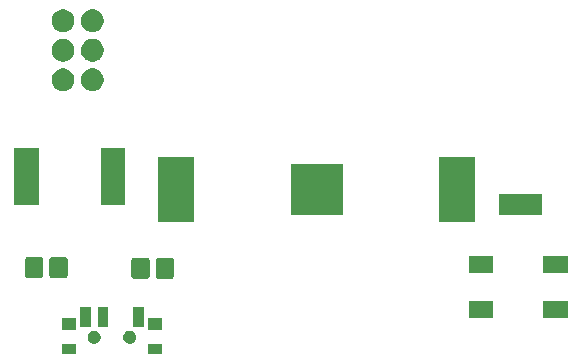
<source format=gbr>
G04 #@! TF.GenerationSoftware,KiCad,Pcbnew,5.0.2+dfsg1-1*
G04 #@! TF.CreationDate,2019-10-14T23:09:41+02:00*
G04 #@! TF.ProjectId,NOMAS_semaforos,4e4f4d41-535f-4736-956d-61666f726f73,rev?*
G04 #@! TF.SameCoordinates,Original*
G04 #@! TF.FileFunction,Soldermask,Bot*
G04 #@! TF.FilePolarity,Negative*
%FSLAX46Y46*%
G04 Gerber Fmt 4.6, Leading zero omitted, Abs format (unit mm)*
G04 Created by KiCad (PCBNEW 5.0.2+dfsg1-1) date lun 14 oct 2019 23:09:41 CEST*
%MOMM*%
%LPD*%
G01*
G04 APERTURE LIST*
%ADD10C,0.100000*%
G04 APERTURE END LIST*
D10*
G36*
X133800690Y-116999540D02*
X132599270Y-116999540D01*
X132599270Y-116196900D01*
X133800690Y-116196900D01*
X133800690Y-116999540D01*
X133800690Y-116999540D01*
G37*
G36*
X126500730Y-116999540D02*
X125299310Y-116999540D01*
X125299310Y-116196900D01*
X126500730Y-116196900D01*
X126500730Y-116999540D01*
X126500730Y-116999540D01*
G37*
G36*
X131156130Y-115059411D02*
X131209373Y-115070001D01*
X131309682Y-115111551D01*
X131399957Y-115171870D01*
X131476730Y-115248643D01*
X131537049Y-115338918D01*
X131578599Y-115439227D01*
X131599780Y-115545714D01*
X131599780Y-115654286D01*
X131578599Y-115760773D01*
X131537049Y-115861082D01*
X131476730Y-115951357D01*
X131399957Y-116028130D01*
X131309682Y-116088449D01*
X131209373Y-116129999D01*
X131156129Y-116140590D01*
X131102888Y-116151180D01*
X130994312Y-116151180D01*
X130941071Y-116140590D01*
X130887827Y-116129999D01*
X130787518Y-116088449D01*
X130697243Y-116028130D01*
X130620470Y-115951357D01*
X130560151Y-115861082D01*
X130518601Y-115760773D01*
X130497420Y-115654286D01*
X130497420Y-115545714D01*
X130518601Y-115439227D01*
X130560151Y-115338918D01*
X130620470Y-115248643D01*
X130697243Y-115171870D01*
X130787518Y-115111551D01*
X130887827Y-115070001D01*
X130941070Y-115059411D01*
X130994312Y-115048820D01*
X131102888Y-115048820D01*
X131156130Y-115059411D01*
X131156130Y-115059411D01*
G37*
G36*
X128158930Y-115059411D02*
X128212173Y-115070001D01*
X128312482Y-115111551D01*
X128402757Y-115171870D01*
X128479530Y-115248643D01*
X128539849Y-115338918D01*
X128581399Y-115439227D01*
X128602580Y-115545714D01*
X128602580Y-115654286D01*
X128581399Y-115760773D01*
X128539849Y-115861082D01*
X128479530Y-115951357D01*
X128402757Y-116028130D01*
X128312482Y-116088449D01*
X128212173Y-116129999D01*
X128158929Y-116140590D01*
X128105688Y-116151180D01*
X127997112Y-116151180D01*
X127943871Y-116140590D01*
X127890627Y-116129999D01*
X127790318Y-116088449D01*
X127700043Y-116028130D01*
X127623270Y-115951357D01*
X127562951Y-115861082D01*
X127521401Y-115760773D01*
X127500220Y-115654286D01*
X127500220Y-115545714D01*
X127521401Y-115439227D01*
X127562951Y-115338918D01*
X127623270Y-115248643D01*
X127700043Y-115171870D01*
X127790318Y-115111551D01*
X127890627Y-115070001D01*
X127943870Y-115059411D01*
X127997112Y-115048820D01*
X128105688Y-115048820D01*
X128158930Y-115059411D01*
X128158930Y-115059411D01*
G37*
G36*
X126500730Y-115000560D02*
X125299310Y-115000560D01*
X125299310Y-113999800D01*
X126500730Y-113999800D01*
X126500730Y-115000560D01*
X126500730Y-115000560D01*
G37*
G36*
X133800690Y-115000560D02*
X132599270Y-115000560D01*
X132599270Y-113999800D01*
X133800690Y-113999800D01*
X133800690Y-115000560D01*
X133800690Y-115000560D01*
G37*
G36*
X127752950Y-114703380D02*
X126851250Y-114703380D01*
X126851250Y-113001580D01*
X127752950Y-113001580D01*
X127752950Y-114703380D01*
X127752950Y-114703380D01*
G37*
G36*
X129251550Y-114703380D02*
X128349850Y-114703380D01*
X128349850Y-113001580D01*
X129251550Y-113001580D01*
X129251550Y-114703380D01*
X129251550Y-114703380D01*
G37*
G36*
X132248750Y-114703380D02*
X131347050Y-114703380D01*
X131347050Y-113001580D01*
X132248750Y-113001580D01*
X132248750Y-114703380D01*
X132248750Y-114703380D01*
G37*
G36*
X168150000Y-113950000D02*
X166050000Y-113950000D01*
X166050000Y-112550000D01*
X168150000Y-112550000D01*
X168150000Y-113950000D01*
X168150000Y-113950000D01*
G37*
G36*
X161850000Y-113950000D02*
X159750000Y-113950000D01*
X159750000Y-112550000D01*
X161850000Y-112550000D01*
X161850000Y-113950000D01*
X161850000Y-113950000D01*
G37*
G36*
X132535530Y-108855710D02*
X132585379Y-108870831D01*
X132631311Y-108895382D01*
X132671574Y-108928426D01*
X132704618Y-108968689D01*
X132729169Y-109014621D01*
X132744290Y-109064470D01*
X132750000Y-109122444D01*
X132750000Y-110377556D01*
X132744290Y-110435530D01*
X132729169Y-110485379D01*
X132704618Y-110531311D01*
X132671574Y-110571574D01*
X132631311Y-110604618D01*
X132585379Y-110629169D01*
X132535530Y-110644290D01*
X132477556Y-110650000D01*
X131472444Y-110650000D01*
X131414470Y-110644290D01*
X131364621Y-110629169D01*
X131318689Y-110604618D01*
X131278426Y-110571574D01*
X131245382Y-110531311D01*
X131220831Y-110485379D01*
X131205710Y-110435530D01*
X131200000Y-110377556D01*
X131200000Y-109122444D01*
X131205710Y-109064470D01*
X131220831Y-109014621D01*
X131245382Y-108968689D01*
X131278426Y-108928426D01*
X131318689Y-108895382D01*
X131364621Y-108870831D01*
X131414470Y-108855710D01*
X131472444Y-108850000D01*
X132477556Y-108850000D01*
X132535530Y-108855710D01*
X132535530Y-108855710D01*
G37*
G36*
X134585530Y-108855710D02*
X134635379Y-108870831D01*
X134681311Y-108895382D01*
X134721574Y-108928426D01*
X134754618Y-108968689D01*
X134779169Y-109014621D01*
X134794290Y-109064470D01*
X134800000Y-109122444D01*
X134800000Y-110377556D01*
X134794290Y-110435530D01*
X134779169Y-110485379D01*
X134754618Y-110531311D01*
X134721574Y-110571574D01*
X134681311Y-110604618D01*
X134635379Y-110629169D01*
X134585530Y-110644290D01*
X134527556Y-110650000D01*
X133522444Y-110650000D01*
X133464470Y-110644290D01*
X133414621Y-110629169D01*
X133368689Y-110604618D01*
X133328426Y-110571574D01*
X133295382Y-110531311D01*
X133270831Y-110485379D01*
X133255710Y-110435530D01*
X133250000Y-110377556D01*
X133250000Y-109122444D01*
X133255710Y-109064470D01*
X133270831Y-109014621D01*
X133295382Y-108968689D01*
X133328426Y-108928426D01*
X133368689Y-108895382D01*
X133414621Y-108870831D01*
X133464470Y-108855710D01*
X133522444Y-108850000D01*
X134527556Y-108850000D01*
X134585530Y-108855710D01*
X134585530Y-108855710D01*
G37*
G36*
X125585530Y-108805710D02*
X125635379Y-108820831D01*
X125681311Y-108845382D01*
X125721574Y-108878426D01*
X125754618Y-108918689D01*
X125779169Y-108964621D01*
X125794290Y-109014470D01*
X125800000Y-109072444D01*
X125800000Y-110327556D01*
X125794290Y-110385530D01*
X125779169Y-110435379D01*
X125754618Y-110481311D01*
X125721574Y-110521574D01*
X125681311Y-110554618D01*
X125635379Y-110579169D01*
X125585530Y-110594290D01*
X125527556Y-110600000D01*
X124522444Y-110600000D01*
X124464470Y-110594290D01*
X124414621Y-110579169D01*
X124368689Y-110554618D01*
X124328426Y-110521574D01*
X124295382Y-110481311D01*
X124270831Y-110435379D01*
X124255710Y-110385530D01*
X124250000Y-110327556D01*
X124250000Y-109072444D01*
X124255710Y-109014470D01*
X124270831Y-108964621D01*
X124295382Y-108918689D01*
X124328426Y-108878426D01*
X124368689Y-108845382D01*
X124414621Y-108820831D01*
X124464470Y-108805710D01*
X124522444Y-108800000D01*
X125527556Y-108800000D01*
X125585530Y-108805710D01*
X125585530Y-108805710D01*
G37*
G36*
X123535530Y-108805710D02*
X123585379Y-108820831D01*
X123631311Y-108845382D01*
X123671574Y-108878426D01*
X123704618Y-108918689D01*
X123729169Y-108964621D01*
X123744290Y-109014470D01*
X123750000Y-109072444D01*
X123750000Y-110327556D01*
X123744290Y-110385530D01*
X123729169Y-110435379D01*
X123704618Y-110481311D01*
X123671574Y-110521574D01*
X123631311Y-110554618D01*
X123585379Y-110579169D01*
X123535530Y-110594290D01*
X123477556Y-110600000D01*
X122472444Y-110600000D01*
X122414470Y-110594290D01*
X122364621Y-110579169D01*
X122318689Y-110554618D01*
X122278426Y-110521574D01*
X122245382Y-110481311D01*
X122220831Y-110435379D01*
X122205710Y-110385530D01*
X122200000Y-110327556D01*
X122200000Y-109072444D01*
X122205710Y-109014470D01*
X122220831Y-108964621D01*
X122245382Y-108918689D01*
X122278426Y-108878426D01*
X122318689Y-108845382D01*
X122364621Y-108820831D01*
X122414470Y-108805710D01*
X122472444Y-108800000D01*
X123477556Y-108800000D01*
X123535530Y-108805710D01*
X123535530Y-108805710D01*
G37*
G36*
X161850000Y-110150000D02*
X159750000Y-110150000D01*
X159750000Y-108750000D01*
X161850000Y-108750000D01*
X161850000Y-110150000D01*
X161850000Y-110150000D01*
G37*
G36*
X168150000Y-110150000D02*
X166050000Y-110150000D01*
X166050000Y-108750000D01*
X168150000Y-108750000D01*
X168150000Y-110150000D01*
X168150000Y-110150000D01*
G37*
G36*
X160320000Y-105850000D02*
X157280000Y-105850000D01*
X157280000Y-100350000D01*
X160320000Y-100350000D01*
X160320000Y-105850000D01*
X160320000Y-105850000D01*
G37*
G36*
X136520000Y-105850000D02*
X133480000Y-105850000D01*
X133480000Y-100350000D01*
X136520000Y-100350000D01*
X136520000Y-105850000D01*
X136520000Y-105850000D01*
G37*
G36*
X149080000Y-105280000D02*
X144720000Y-105280000D01*
X144720000Y-100920000D01*
X149080000Y-100920000D01*
X149080000Y-105280000D01*
X149080000Y-105280000D01*
G37*
G36*
X165965000Y-105250000D02*
X162335000Y-105250000D01*
X162335000Y-103450000D01*
X165965000Y-103450000D01*
X165965000Y-105250000D01*
X165965000Y-105250000D01*
G37*
G36*
X130700000Y-104430000D02*
X128600000Y-104430000D01*
X128600000Y-99570000D01*
X130700000Y-99570000D01*
X130700000Y-104430000D01*
X130700000Y-104430000D01*
G37*
G36*
X123400000Y-104430000D02*
X121300000Y-104430000D01*
X121300000Y-99570000D01*
X123400000Y-99570000D01*
X123400000Y-104430000D01*
X123400000Y-104430000D01*
G37*
G36*
X125680603Y-92874968D02*
X125680606Y-92874969D01*
X125680605Y-92874969D01*
X125855678Y-92947486D01*
X125855679Y-92947487D01*
X126013241Y-93052767D01*
X126147233Y-93186759D01*
X126147234Y-93186761D01*
X126252514Y-93344322D01*
X126308603Y-93479734D01*
X126325032Y-93519397D01*
X126362000Y-93705250D01*
X126362000Y-93894750D01*
X126325032Y-94080603D01*
X126325031Y-94080605D01*
X126252514Y-94255678D01*
X126252513Y-94255679D01*
X126147233Y-94413241D01*
X126013241Y-94547233D01*
X125933923Y-94600232D01*
X125855678Y-94652514D01*
X125720266Y-94708603D01*
X125680603Y-94725032D01*
X125494750Y-94762000D01*
X125305250Y-94762000D01*
X125119397Y-94725032D01*
X125079734Y-94708603D01*
X124944322Y-94652514D01*
X124866077Y-94600232D01*
X124786759Y-94547233D01*
X124652767Y-94413241D01*
X124547487Y-94255679D01*
X124547486Y-94255678D01*
X124474969Y-94080605D01*
X124474968Y-94080603D01*
X124438000Y-93894750D01*
X124438000Y-93705250D01*
X124474968Y-93519397D01*
X124491397Y-93479734D01*
X124547486Y-93344322D01*
X124652766Y-93186761D01*
X124652767Y-93186759D01*
X124786759Y-93052767D01*
X124944321Y-92947487D01*
X124944322Y-92947486D01*
X125119395Y-92874969D01*
X125119394Y-92874969D01*
X125119397Y-92874968D01*
X125305250Y-92838000D01*
X125494750Y-92838000D01*
X125680603Y-92874968D01*
X125680603Y-92874968D01*
G37*
G36*
X128180603Y-92874968D02*
X128180606Y-92874969D01*
X128180605Y-92874969D01*
X128355678Y-92947486D01*
X128355679Y-92947487D01*
X128513241Y-93052767D01*
X128647233Y-93186759D01*
X128647234Y-93186761D01*
X128752514Y-93344322D01*
X128808603Y-93479734D01*
X128825032Y-93519397D01*
X128862000Y-93705250D01*
X128862000Y-93894750D01*
X128825032Y-94080603D01*
X128825031Y-94080605D01*
X128752514Y-94255678D01*
X128752513Y-94255679D01*
X128647233Y-94413241D01*
X128513241Y-94547233D01*
X128433923Y-94600232D01*
X128355678Y-94652514D01*
X128220266Y-94708603D01*
X128180603Y-94725032D01*
X127994750Y-94762000D01*
X127805250Y-94762000D01*
X127619397Y-94725032D01*
X127579734Y-94708603D01*
X127444322Y-94652514D01*
X127366077Y-94600232D01*
X127286759Y-94547233D01*
X127152767Y-94413241D01*
X127047487Y-94255679D01*
X127047486Y-94255678D01*
X126974969Y-94080605D01*
X126974968Y-94080603D01*
X126938000Y-93894750D01*
X126938000Y-93705250D01*
X126974968Y-93519397D01*
X126991397Y-93479734D01*
X127047486Y-93344322D01*
X127152766Y-93186761D01*
X127152767Y-93186759D01*
X127286759Y-93052767D01*
X127444321Y-92947487D01*
X127444322Y-92947486D01*
X127619395Y-92874969D01*
X127619394Y-92874969D01*
X127619397Y-92874968D01*
X127805250Y-92838000D01*
X127994750Y-92838000D01*
X128180603Y-92874968D01*
X128180603Y-92874968D01*
G37*
G36*
X125680603Y-90374968D02*
X125680606Y-90374969D01*
X125680605Y-90374969D01*
X125855678Y-90447486D01*
X125855679Y-90447487D01*
X126013241Y-90552767D01*
X126147233Y-90686759D01*
X126147234Y-90686761D01*
X126252514Y-90844322D01*
X126308603Y-90979734D01*
X126325032Y-91019397D01*
X126362000Y-91205250D01*
X126362000Y-91394750D01*
X126325032Y-91580603D01*
X126325031Y-91580605D01*
X126252514Y-91755678D01*
X126252513Y-91755679D01*
X126147233Y-91913241D01*
X126013241Y-92047233D01*
X125933923Y-92100232D01*
X125855678Y-92152514D01*
X125720266Y-92208603D01*
X125680603Y-92225032D01*
X125494750Y-92262000D01*
X125305250Y-92262000D01*
X125119397Y-92225032D01*
X125079734Y-92208603D01*
X124944322Y-92152514D01*
X124866077Y-92100232D01*
X124786759Y-92047233D01*
X124652767Y-91913241D01*
X124547487Y-91755679D01*
X124547486Y-91755678D01*
X124474969Y-91580605D01*
X124474968Y-91580603D01*
X124438000Y-91394750D01*
X124438000Y-91205250D01*
X124474968Y-91019397D01*
X124491397Y-90979734D01*
X124547486Y-90844322D01*
X124652766Y-90686761D01*
X124652767Y-90686759D01*
X124786759Y-90552767D01*
X124944321Y-90447487D01*
X124944322Y-90447486D01*
X125119395Y-90374969D01*
X125119394Y-90374969D01*
X125119397Y-90374968D01*
X125305250Y-90338000D01*
X125494750Y-90338000D01*
X125680603Y-90374968D01*
X125680603Y-90374968D01*
G37*
G36*
X128180603Y-90374968D02*
X128180606Y-90374969D01*
X128180605Y-90374969D01*
X128355678Y-90447486D01*
X128355679Y-90447487D01*
X128513241Y-90552767D01*
X128647233Y-90686759D01*
X128647234Y-90686761D01*
X128752514Y-90844322D01*
X128808603Y-90979734D01*
X128825032Y-91019397D01*
X128862000Y-91205250D01*
X128862000Y-91394750D01*
X128825032Y-91580603D01*
X128825031Y-91580605D01*
X128752514Y-91755678D01*
X128752513Y-91755679D01*
X128647233Y-91913241D01*
X128513241Y-92047233D01*
X128433923Y-92100232D01*
X128355678Y-92152514D01*
X128220266Y-92208603D01*
X128180603Y-92225032D01*
X127994750Y-92262000D01*
X127805250Y-92262000D01*
X127619397Y-92225032D01*
X127579734Y-92208603D01*
X127444322Y-92152514D01*
X127366077Y-92100232D01*
X127286759Y-92047233D01*
X127152767Y-91913241D01*
X127047487Y-91755679D01*
X127047486Y-91755678D01*
X126974969Y-91580605D01*
X126974968Y-91580603D01*
X126938000Y-91394750D01*
X126938000Y-91205250D01*
X126974968Y-91019397D01*
X126991397Y-90979734D01*
X127047486Y-90844322D01*
X127152766Y-90686761D01*
X127152767Y-90686759D01*
X127286759Y-90552767D01*
X127444321Y-90447487D01*
X127444322Y-90447486D01*
X127619395Y-90374969D01*
X127619394Y-90374969D01*
X127619397Y-90374968D01*
X127805250Y-90338000D01*
X127994750Y-90338000D01*
X128180603Y-90374968D01*
X128180603Y-90374968D01*
G37*
G36*
X128180603Y-87874968D02*
X128180606Y-87874969D01*
X128180605Y-87874969D01*
X128355678Y-87947486D01*
X128355679Y-87947487D01*
X128513241Y-88052767D01*
X128647233Y-88186759D01*
X128647234Y-88186761D01*
X128752514Y-88344322D01*
X128808603Y-88479734D01*
X128825032Y-88519397D01*
X128862000Y-88705250D01*
X128862000Y-88894750D01*
X128825032Y-89080603D01*
X128825031Y-89080605D01*
X128752514Y-89255678D01*
X128752513Y-89255679D01*
X128647233Y-89413241D01*
X128513241Y-89547233D01*
X128433923Y-89600232D01*
X128355678Y-89652514D01*
X128220266Y-89708603D01*
X128180603Y-89725032D01*
X127994750Y-89762000D01*
X127805250Y-89762000D01*
X127619397Y-89725032D01*
X127579734Y-89708603D01*
X127444322Y-89652514D01*
X127366077Y-89600232D01*
X127286759Y-89547233D01*
X127152767Y-89413241D01*
X127047487Y-89255679D01*
X127047486Y-89255678D01*
X126974969Y-89080605D01*
X126974968Y-89080603D01*
X126938000Y-88894750D01*
X126938000Y-88705250D01*
X126974968Y-88519397D01*
X126991397Y-88479734D01*
X127047486Y-88344322D01*
X127152766Y-88186761D01*
X127152767Y-88186759D01*
X127286759Y-88052767D01*
X127444321Y-87947487D01*
X127444322Y-87947486D01*
X127619395Y-87874969D01*
X127619394Y-87874969D01*
X127619397Y-87874968D01*
X127805250Y-87838000D01*
X127994750Y-87838000D01*
X128180603Y-87874968D01*
X128180603Y-87874968D01*
G37*
G36*
X125680603Y-87874968D02*
X125680606Y-87874969D01*
X125680605Y-87874969D01*
X125855678Y-87947486D01*
X125855679Y-87947487D01*
X126013241Y-88052767D01*
X126147233Y-88186759D01*
X126147234Y-88186761D01*
X126252514Y-88344322D01*
X126308603Y-88479734D01*
X126325032Y-88519397D01*
X126362000Y-88705250D01*
X126362000Y-88894750D01*
X126325032Y-89080603D01*
X126325031Y-89080605D01*
X126252514Y-89255678D01*
X126252513Y-89255679D01*
X126147233Y-89413241D01*
X126013241Y-89547233D01*
X125933923Y-89600232D01*
X125855678Y-89652514D01*
X125720266Y-89708603D01*
X125680603Y-89725032D01*
X125494750Y-89762000D01*
X125305250Y-89762000D01*
X125119397Y-89725032D01*
X125079734Y-89708603D01*
X124944322Y-89652514D01*
X124866077Y-89600232D01*
X124786759Y-89547233D01*
X124652767Y-89413241D01*
X124547487Y-89255679D01*
X124547486Y-89255678D01*
X124474969Y-89080605D01*
X124474968Y-89080603D01*
X124438000Y-88894750D01*
X124438000Y-88705250D01*
X124474968Y-88519397D01*
X124491397Y-88479734D01*
X124547486Y-88344322D01*
X124652766Y-88186761D01*
X124652767Y-88186759D01*
X124786759Y-88052767D01*
X124944321Y-87947487D01*
X124944322Y-87947486D01*
X125119395Y-87874969D01*
X125119394Y-87874969D01*
X125119397Y-87874968D01*
X125305250Y-87838000D01*
X125494750Y-87838000D01*
X125680603Y-87874968D01*
X125680603Y-87874968D01*
G37*
M02*

</source>
